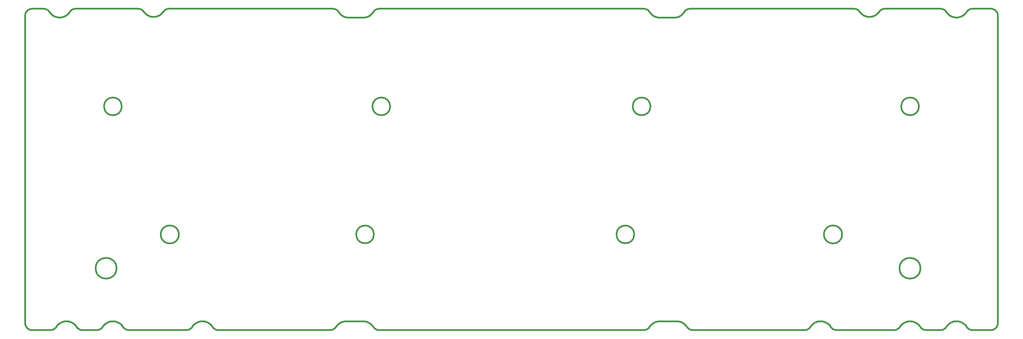
<source format=gbr>
%TF.GenerationSoftware,KiCad,Pcbnew,8.99.0-946-gf00a1ab517*%
%TF.CreationDate,2024-06-06T17:05:12+07:00*%
%TF.ProjectId,Sebas_nuxros,53656261-735f-46e7-9578-726f732e6b69,rev?*%
%TF.SameCoordinates,Original*%
%TF.FileFunction,Profile,NP*%
%FSLAX46Y46*%
G04 Gerber Fmt 4.6, Leading zero omitted, Abs format (unit mm)*
G04 Created by KiCad (PCBNEW 8.99.0-946-gf00a1ab517) date 2024-06-06 17:05:12*
%MOMM*%
%LPD*%
G01*
G04 APERTURE LIST*
%TA.AperFunction,Profile*%
%ADD10C,0.500000*%
%TD*%
G04 APERTURE END LIST*
D10*
X58047022Y-117756353D02*
X58299264Y-117895712D01*
X286150845Y-24060720D02*
X285883480Y-23960996D01*
X25155651Y-117376858D02*
X25326196Y-117144561D01*
X35665705Y-23880000D02*
X17352373Y-23880000D01*
X185263043Y-117376868D02*
X185433613Y-117144596D01*
X36940380Y-24338827D02*
X36715902Y-24177912D01*
X286629727Y-117591494D02*
X286831504Y-117389717D01*
X101935241Y-115529585D02*
X102322074Y-115595291D01*
X104879214Y-117582186D02*
X105108809Y-117756341D01*
X278377074Y-117376854D02*
X278579249Y-117582222D01*
X96178321Y-115529532D02*
X96570085Y-115507542D01*
X106199577Y-118080000D02*
X183740498Y-118080000D01*
X276515451Y-115746836D02*
X276854120Y-115900134D01*
X37312591Y-24745202D02*
X37140549Y-24529133D01*
X11775719Y-26331554D02*
X11422568Y-26214944D01*
X185057101Y-24378437D02*
X184827427Y-24204045D01*
X10190820Y-25399649D02*
X9945500Y-25120130D01*
X263261458Y-115900134D02*
X263581956Y-116088488D01*
X50664099Y-117895706D02*
X50916340Y-117756345D01*
X43917878Y-24049443D02*
X43673367Y-24177895D01*
X270875188Y-23900792D02*
X270587639Y-23880000D01*
X251536951Y-25765823D02*
X251204046Y-25940717D01*
X259147501Y-116561490D02*
X259421059Y-116309772D01*
X231640794Y-117895734D02*
X231893038Y-117756373D01*
X185659900Y-52493851D02*
G75*
G02*
X180459900Y-52493851I-2600000J0D01*
G01*
X180459900Y-52493851D02*
G75*
G02*
X185659900Y-52493851I2600000J0D01*
G01*
X246490795Y-24338841D02*
X246266316Y-24177932D01*
X105364961Y-24064543D02*
X105112599Y-24204085D01*
X187617966Y-115595270D02*
X188004803Y-115529567D01*
X4056535Y-23961013D02*
X3789170Y-24060735D01*
X103728821Y-25691475D02*
X103408650Y-25918763D01*
X43448886Y-24338810D02*
X43248716Y-24529118D01*
X94211109Y-24584044D02*
X94008905Y-24378434D01*
X29899779Y-115900133D02*
X30220277Y-116088487D01*
X194113253Y-26108789D02*
X193750517Y-26259100D01*
X264986606Y-117582194D02*
X265216201Y-117756359D01*
X231371139Y-117997395D02*
X231640794Y-117895734D01*
X4620000Y-118080000D02*
X10040466Y-118080000D01*
X35941242Y-23899062D02*
X35665705Y-23880000D01*
X54667559Y-115512481D02*
X55037209Y-115551910D01*
X275799050Y-115551911D02*
X276162434Y-115630324D01*
X16627608Y-116088545D02*
X16926318Y-116309822D01*
X103725131Y-116270747D02*
X104017755Y-116532144D01*
X236377273Y-115630323D02*
X236730291Y-115746835D01*
X274689251Y-26410032D02*
X274325722Y-26331554D01*
X260731956Y-115630324D02*
X261095340Y-115551911D01*
X14882414Y-115512557D02*
X15252059Y-115551984D01*
X186214899Y-116270730D02*
X186534944Y-116043727D01*
X28844709Y-115551910D02*
X29208093Y-115630323D01*
X29561111Y-115746835D02*
X29899779Y-115900133D01*
X58299264Y-117895712D02*
X58568916Y-117997373D01*
X94095766Y-116532093D02*
X94388395Y-116270691D01*
X233527272Y-116088487D02*
X233847771Y-115900133D01*
X56711491Y-116309771D02*
X56985049Y-116561490D01*
X18783729Y-117997412D02*
X19065191Y-118059264D01*
X2800738Y-25049170D02*
X2701017Y-25316535D01*
X11083785Y-26061521D02*
X10763194Y-25873017D01*
X40941322Y-26178731D02*
X40570149Y-26239104D01*
X252397417Y-25042948D02*
X252137101Y-25314332D01*
X2640361Y-25595370D02*
X2620000Y-25880000D01*
X275057652Y-115512482D02*
X275429400Y-115512482D01*
X259719772Y-116088487D02*
X260040271Y-115900134D01*
X2640358Y-116364629D02*
X2701016Y-116643463D01*
X196105411Y-116824610D02*
X196332566Y-117144561D01*
X285320012Y-23880000D02*
X279902376Y-23880000D01*
X104882926Y-24378468D02*
X104680718Y-24584066D01*
X236013889Y-115551910D02*
X236377273Y-115630323D01*
X38402756Y-25765822D02*
X38090536Y-25556221D01*
X52871091Y-115900133D02*
X53209759Y-115746836D01*
X10464415Y-25651559D02*
X10190820Y-25399649D01*
X271156762Y-23962701D02*
X270875188Y-23900792D01*
X17064824Y-23900783D02*
X16783250Y-23962692D01*
X277749192Y-25399649D02*
X277475598Y-25651560D01*
X237068959Y-115900133D02*
X237389457Y-116088487D01*
X278808843Y-117756398D02*
X279061087Y-117895767D01*
X104697501Y-90030000D02*
G75*
G02*
X99497501Y-90030000I-2600000J0D01*
G01*
X99497501Y-90030000D02*
G75*
G02*
X104697501Y-90030000I2600000J0D01*
G01*
X193750517Y-26259100D02*
X193373226Y-26367834D01*
X195069740Y-25429778D02*
X194777042Y-25691502D01*
X276854120Y-115900134D02*
X277174618Y-116088487D01*
X266306990Y-118080000D02*
X270587401Y-118080000D01*
X26678591Y-115900133D02*
X27017259Y-115746836D01*
X246266316Y-24177932D02*
X246021811Y-24049481D01*
X270874832Y-118059238D02*
X271156295Y-117997383D01*
X3789172Y-117899255D02*
X4056536Y-117998976D01*
X239827059Y-118059240D02*
X240114490Y-118080000D01*
X231893038Y-117756373D02*
X232122634Y-117582205D01*
X258315134Y-117582205D02*
X258517314Y-117376847D01*
X93234335Y-117582182D02*
X93436519Y-117376833D01*
X195558368Y-24816601D02*
X195331279Y-25136916D01*
X9731224Y-24816159D02*
X9560676Y-24583711D01*
X25785821Y-116561490D02*
X26059379Y-116309771D01*
X277473332Y-116309771D02*
X277746890Y-116561490D01*
X195231182Y-116043685D02*
X195551239Y-116270690D01*
X41303875Y-26078884D02*
X40941322Y-26178731D01*
X279061087Y-117895767D02*
X279330744Y-117997434D01*
X31624926Y-117582190D02*
X31854522Y-117756353D01*
X14141027Y-115551984D02*
X14510672Y-115512557D01*
X286629737Y-24368489D02*
X286401297Y-24197479D01*
X24723864Y-117756375D02*
X24953464Y-117582211D01*
X17445192Y-116840839D02*
X17659501Y-117144588D01*
X287238990Y-116643463D02*
X287299647Y-116364629D01*
X194456870Y-25918792D02*
X194113253Y-26108789D01*
X32376416Y-117997373D02*
X32657879Y-118059226D01*
X94708445Y-116043687D02*
X95051894Y-115853936D01*
X53562776Y-115630323D02*
X53926160Y-115551910D01*
X238794106Y-117582194D02*
X239023701Y-117756359D01*
X275430960Y-26449494D02*
X275059056Y-26449494D01*
X14626816Y-25873017D02*
X14306224Y-26061522D01*
X232495376Y-117144561D02*
X232709684Y-116840804D01*
X19352620Y-118080000D02*
X23633060Y-118080000D01*
X186874952Y-26108784D02*
X186531334Y-25918788D01*
X232709684Y-116840804D02*
X232955001Y-116561490D01*
X287299656Y-25595369D02*
X287239000Y-25316532D01*
X93004740Y-117756345D02*
X93234335Y-117582182D01*
X57817426Y-117582190D02*
X58047022Y-117756353D01*
X285604643Y-23900336D02*
X285320012Y-23880000D01*
X263880670Y-116309772D02*
X264154228Y-116561491D01*
X97345904Y-26455644D02*
X96953878Y-26433620D01*
X278379321Y-24583701D02*
X278208788Y-24816159D01*
X187237688Y-26259096D02*
X186874952Y-26108784D01*
X95791480Y-115595233D02*
X96178321Y-115529532D01*
X230802240Y-118080000D02*
X231089673Y-118059245D01*
X272740823Y-25399649D02*
X272495503Y-25120130D01*
X273972571Y-26214944D02*
X273633788Y-26061521D01*
X185918456Y-25429783D02*
X185656909Y-25136927D01*
X52550592Y-116088487D02*
X52871091Y-115900133D01*
X277174618Y-116088487D02*
X277473332Y-116309771D01*
X105916408Y-23900798D02*
X105634767Y-23962742D01*
X274324617Y-115630324D02*
X274688001Y-115551911D01*
X50112989Y-118059230D02*
X50394449Y-117997371D01*
X52251879Y-116309771D02*
X52550592Y-116088487D01*
X188396563Y-115507638D02*
X193369510Y-115507542D01*
X104283067Y-25136903D02*
X104021521Y-25429757D01*
X279333241Y-23962669D02*
X279063487Y-24064413D01*
X57444673Y-117144561D02*
X57615244Y-117376838D01*
X105912153Y-118059204D02*
X106199577Y-118080000D01*
X276162434Y-115630324D02*
X276515451Y-115746836D01*
X41653623Y-25940717D02*
X41303875Y-26078884D01*
X258902184Y-116840804D02*
X259147501Y-116561490D01*
X104021521Y-25429757D02*
X103728821Y-25691475D01*
X13085973Y-115900197D02*
X13424637Y-115746904D01*
X56092279Y-115900133D02*
X56412777Y-116088487D01*
X265738095Y-117997385D02*
X266019559Y-118059240D01*
X239275943Y-117895721D02*
X239545595Y-117997385D01*
X273971600Y-115746836D02*
X274324617Y-115630324D01*
X239545595Y-117997385D02*
X239827059Y-118059240D01*
X10879009Y-117895737D02*
X11131253Y-117756382D01*
X32657879Y-118059226D02*
X32945309Y-118080000D01*
X278579249Y-117582222D02*
X278808843Y-117756398D01*
X192594102Y-26455652D02*
X188394102Y-26455652D01*
X197738272Y-118059231D02*
X198025703Y-118080000D01*
X91913960Y-118080000D02*
X92201389Y-118059230D01*
X30792549Y-116561490D02*
X31037866Y-116840803D01*
X271908472Y-24378218D02*
X271678827Y-24203920D01*
X104680718Y-24584066D02*
X104510166Y-24816598D01*
X15199189Y-25399649D02*
X14925595Y-25651560D01*
X106204030Y-23880000D02*
X105916408Y-23900798D01*
X36471395Y-24049457D02*
X36211523Y-23955912D01*
X8037636Y-23880000D02*
X4620000Y-23880000D01*
X271678827Y-24203920D02*
X271426510Y-24064448D01*
X57230366Y-116840803D02*
X57444673Y-117144561D01*
X194777042Y-25691502D02*
X194456870Y-25918792D01*
X101543484Y-115507592D02*
X101935241Y-115529585D01*
X265468443Y-117895721D02*
X265738095Y-117997385D01*
X272110672Y-24583721D02*
X271908472Y-24378218D01*
X23920494Y-118059243D02*
X24201961Y-117997393D01*
X278811165Y-24203885D02*
X278581519Y-24378189D01*
X287320012Y-25880000D02*
X287299656Y-25595369D01*
X44448040Y-23899061D02*
X44177754Y-23955903D01*
X193761280Y-115529528D02*
X194148128Y-115595229D01*
X93257054Y-23962694D02*
X92975405Y-23900755D01*
X259421059Y-116309772D02*
X259719772Y-116088487D01*
X31422744Y-117376838D02*
X31624926Y-117582190D01*
X13967441Y-26214945D02*
X13614291Y-26331554D01*
X30878666Y-52493818D02*
G75*
G02*
X25678666Y-52493818I-2600000J0D01*
G01*
X25678666Y-52493818D02*
G75*
G02*
X30878666Y-52493818I2600000J0D01*
G01*
X275800764Y-26410032D02*
X275430960Y-26449494D01*
X27370276Y-115630323D02*
X27733660Y-115551910D01*
X44177754Y-23955903D02*
X43917878Y-24049443D01*
X104510166Y-24816598D02*
X104283067Y-25136903D01*
X195331279Y-25136916D02*
X195069740Y-25429778D01*
X195551239Y-116270690D02*
X195843875Y-116532093D01*
X248998385Y-26178731D02*
X248635832Y-26078884D01*
X10327895Y-118059243D02*
X10609357Y-117997394D01*
X104279281Y-116824653D02*
X104506452Y-117144579D01*
X51348119Y-117376833D02*
X51518696Y-117144561D01*
X15658785Y-24816159D02*
X15444509Y-25120130D01*
X3310279Y-24368500D02*
X3108502Y-24570278D01*
X96189498Y-26259085D02*
X95826766Y-26108770D01*
X286401297Y-24197479D02*
X286150845Y-24060720D01*
X39085409Y-26078884D02*
X38735661Y-25940716D01*
X265216201Y-117756359D02*
X265468443Y-117895721D01*
X196934915Y-117756355D02*
X197187157Y-117895715D01*
X105630696Y-117997351D02*
X105912153Y-118059204D01*
X262922790Y-115746836D02*
X263261458Y-115900134D01*
X43076692Y-24745202D02*
X42846994Y-25042948D01*
X196332566Y-117144561D02*
X196503137Y-117376839D01*
X9945500Y-25120130D02*
X9731224Y-24816159D01*
X93436519Y-117376833D02*
X93607096Y-117144561D01*
X2701016Y-116643463D02*
X2800738Y-116910827D01*
X194525190Y-115703819D02*
X194887727Y-115853933D01*
X103061645Y-115853998D02*
X103405087Y-116043747D01*
X185060861Y-117582214D02*
X185263043Y-117376868D01*
X23633060Y-118080000D02*
X23920494Y-118059243D01*
X42586678Y-25314332D02*
X42298748Y-25556221D01*
X252627115Y-24745202D02*
X252397417Y-25042948D01*
X187614978Y-26367834D02*
X187237688Y-26259096D01*
X92201389Y-118059230D02*
X92482849Y-117997371D01*
X44723579Y-23880000D02*
X44448040Y-23899061D01*
X251204046Y-25940717D02*
X250854298Y-26078884D01*
X186878389Y-115853975D02*
X187240915Y-115703861D01*
X252999327Y-24338829D02*
X252799157Y-24529134D01*
X15252059Y-115551984D02*
X15615437Y-115630395D01*
X261095340Y-115551911D02*
X261464990Y-115512482D01*
X237389457Y-116088487D02*
X237688171Y-116309771D01*
X276856227Y-26061522D02*
X276517444Y-26214945D01*
X277475598Y-25651560D02*
X277176819Y-25873017D01*
X93834238Y-116824609D02*
X94095766Y-116532093D01*
X14306224Y-26061522D02*
X13967441Y-26214945D01*
X12765478Y-116088545D02*
X13085973Y-115900197D01*
X238207046Y-116840803D02*
X238421353Y-117144561D01*
X102325020Y-26367824D02*
X101937929Y-26433628D01*
X238421353Y-117144561D02*
X238591924Y-117376840D01*
X94388395Y-116270691D02*
X94708445Y-116043687D01*
X180897500Y-90030000D02*
G75*
G02*
X175697500Y-90030000I-2600000J0D01*
G01*
X175697500Y-90030000D02*
G75*
G02*
X180897500Y-90030000I2600000J0D01*
G01*
X4335371Y-118059632D02*
X4620000Y-118080000D01*
X260040271Y-115900134D02*
X260378939Y-115746836D01*
X105634767Y-23962742D02*
X105364961Y-24064543D01*
X248286084Y-25940716D02*
X247953179Y-25765822D01*
X51978321Y-116561490D02*
X52251879Y-116309771D01*
X266019559Y-118059240D02*
X266306990Y-118080000D01*
X235272491Y-115512481D02*
X235644239Y-115512481D01*
X18514078Y-117895749D02*
X18783729Y-117997412D01*
X28103311Y-115512481D02*
X28475059Y-115512481D01*
X237688171Y-116309771D02*
X237961729Y-116561490D01*
X272281227Y-24816159D02*
X272110672Y-24583721D01*
X195931126Y-24378467D02*
X195728918Y-24584066D01*
X92482849Y-117997371D02*
X92752499Y-117895706D01*
X39447962Y-26178731D02*
X39085409Y-26078884D01*
X17830067Y-117376868D02*
X18032245Y-117582223D01*
X3108504Y-117389716D02*
X3310281Y-117591492D01*
X105108809Y-117756341D02*
X105361049Y-117895693D01*
X247953179Y-25765822D02*
X247640959Y-25556221D01*
X251849171Y-25556221D02*
X251536951Y-25765823D01*
X196705319Y-117582191D02*
X196934915Y-117756355D01*
X11422568Y-26214944D02*
X11083785Y-26061521D01*
X271426510Y-24064448D02*
X271156762Y-23962701D01*
X231089673Y-118059245D02*
X231371139Y-117997395D01*
X58850379Y-118059226D02*
X59137809Y-118080000D01*
X12193211Y-116561533D02*
X12466768Y-116309822D01*
X277176819Y-25873017D02*
X276856227Y-26061522D01*
X245761941Y-23955939D02*
X245491662Y-23899088D01*
X188004803Y-115529567D02*
X188396563Y-115507638D01*
X287139279Y-25049165D02*
X287002522Y-24798711D01*
X234902840Y-115551910D02*
X235272491Y-115512481D01*
X11360850Y-117582224D02*
X11563035Y-117376876D01*
X262569773Y-115630324D02*
X262922790Y-115746836D01*
X103405087Y-116043747D02*
X103725131Y-116270747D01*
X2800738Y-116910827D02*
X2937496Y-117161277D01*
X287239000Y-25316532D02*
X287139279Y-25049165D01*
X13614291Y-26331554D02*
X13250761Y-26410032D01*
X257282173Y-118059245D02*
X257563639Y-117997395D01*
X270587639Y-23880000D02*
X254274002Y-23880000D01*
X271156295Y-117997383D02*
X271425947Y-117895719D01*
X8325189Y-23900749D02*
X8037636Y-23880000D01*
X13777649Y-115630395D02*
X14141027Y-115551984D01*
X56412777Y-116088487D02*
X56711491Y-116309771D01*
X197187157Y-117895715D02*
X197456809Y-117997377D01*
X57615244Y-117376838D02*
X57817426Y-117582190D01*
X276517444Y-26214945D02*
X276164294Y-26331554D01*
X54295811Y-115512481D02*
X54667559Y-115512481D01*
X263581956Y-116088488D02*
X263880670Y-116309772D01*
X16513503Y-24064441D02*
X16261188Y-24203916D01*
X27733660Y-115551910D02*
X28103311Y-115512481D01*
X10609357Y-117997394D02*
X10879009Y-117895737D01*
X95162982Y-25691482D02*
X94870286Y-25429760D01*
X101937929Y-26433628D02*
X101545904Y-26455644D01*
X232324814Y-117376847D02*
X232495376Y-117144561D01*
X16783250Y-23962692D02*
X16513503Y-24064441D01*
X24201961Y-117997393D02*
X24471617Y-117895733D01*
X196413163Y-24064542D02*
X196160800Y-24204084D01*
X95051894Y-115853936D02*
X95414424Y-115703822D01*
X196503137Y-117376839D02*
X196705319Y-117582191D01*
X272280537Y-117144561D02*
X272494845Y-116840804D01*
X13424637Y-115746904D02*
X13777649Y-115630395D01*
X275059056Y-26449494D02*
X274689251Y-26410032D01*
X273633788Y-26061521D02*
X273313197Y-25873017D01*
X277992207Y-116840803D02*
X278206514Y-117144561D01*
X285883475Y-117998983D02*
X286150838Y-117899260D01*
X28475059Y-115512481D02*
X28844709Y-115551910D01*
X51733004Y-116840804D02*
X51978321Y-116561490D01*
X277994512Y-25120130D02*
X277749192Y-25399649D01*
X279614821Y-23900770D02*
X279333241Y-23962669D01*
X17352373Y-23880000D02*
X17064824Y-23900783D01*
X250854298Y-26078884D02*
X250491745Y-26178731D01*
X4620000Y-23880000D02*
X4335370Y-23900357D01*
X272109967Y-117376840D02*
X272280537Y-117144561D01*
X96953878Y-26433620D02*
X96566785Y-26367825D01*
X36715902Y-24177912D02*
X36471395Y-24049457D01*
X93526866Y-24064495D02*
X93257054Y-23962694D01*
X18261838Y-117756389D02*
X18514078Y-117895749D01*
X55037209Y-115551910D02*
X55400593Y-115630323D01*
X246021811Y-24049481D02*
X245761941Y-23955939D01*
X261464990Y-115512482D02*
X261836738Y-115512482D01*
X12509053Y-26449494D02*
X12139248Y-26410032D01*
X25540504Y-116840804D02*
X25785821Y-116561490D01*
X94008905Y-24378434D02*
X93779232Y-24204043D01*
X250491745Y-26178731D02*
X250120572Y-26239104D01*
X285320012Y-118080000D02*
X285604641Y-118059641D01*
X53926160Y-115551910D02*
X54295811Y-115512481D01*
X247092712Y-25042948D02*
X246863014Y-24745202D01*
X257833294Y-117895734D02*
X258085538Y-117756373D01*
X232122634Y-117582205D02*
X232324814Y-117376847D01*
X38735661Y-25940716D02*
X38402756Y-25765822D01*
X185259305Y-24584047D02*
X185057101Y-24378437D01*
X102322074Y-115595291D02*
X102699122Y-115703883D01*
X8606767Y-23962661D02*
X8325189Y-23900749D01*
X101545904Y-26455644D02*
X97345904Y-26455644D01*
X93779232Y-24204043D02*
X93526866Y-24064495D01*
X185922275Y-116532131D02*
X186214899Y-116270730D01*
X253998466Y-23899070D02*
X253728184Y-23955919D01*
X102699122Y-115703883D02*
X103061645Y-115853998D01*
X27017259Y-115746836D02*
X27370276Y-115630323D01*
X9560676Y-24583711D02*
X9358479Y-24378198D01*
X32106764Y-117895712D02*
X32376416Y-117997373D01*
X92975405Y-23900755D02*
X92687777Y-23880000D01*
X245216128Y-23880000D02*
X197252234Y-23880000D01*
X43248716Y-24529118D02*
X43076692Y-24745202D01*
X196160800Y-24204084D02*
X195931126Y-24378467D01*
X197456809Y-117997377D02*
X197738272Y-118059231D01*
X10763194Y-25873017D02*
X10464415Y-25651559D01*
X9358479Y-24378198D02*
X9128835Y-24203892D01*
X184831268Y-117756372D02*
X185060861Y-117582214D01*
X15615437Y-115630395D02*
X15968449Y-115746904D01*
X279330744Y-117997434D02*
X279612213Y-118059288D01*
X30518991Y-116309771D02*
X30792549Y-116561490D01*
X278208788Y-24816159D02*
X277994512Y-25120130D01*
X184309381Y-117997387D02*
X184579029Y-117895728D01*
X195728918Y-24584066D02*
X195558368Y-24816601D01*
X185433613Y-117144596D02*
X185660750Y-116824646D01*
X39819134Y-26239104D02*
X39447962Y-26178731D01*
X2620000Y-25880000D02*
X2620000Y-116080000D01*
X187240915Y-115703861D02*
X187617966Y-115595270D01*
X279063487Y-24064413D02*
X278811165Y-24203885D01*
X14925595Y-25651560D02*
X14626816Y-25873017D01*
X278581519Y-24378189D02*
X278379321Y-24583701D01*
X26358092Y-116088487D02*
X26678591Y-115900133D01*
X40570149Y-26239104D02*
X40194642Y-26259306D01*
X15968449Y-115746904D02*
X16307113Y-115900197D01*
X40194642Y-26259306D02*
X39819134Y-26239104D01*
X50394449Y-117997371D02*
X50664099Y-117895706D01*
X287320012Y-116080000D02*
X287320012Y-25880000D01*
X51145935Y-117582182D02*
X51348119Y-117376833D01*
X4335370Y-23900357D02*
X4056535Y-23961013D01*
X264672549Y-99955671D02*
G75*
G02*
X258572549Y-99955671I-3050000J0D01*
G01*
X258572549Y-99955671D02*
G75*
G02*
X264672549Y-99955671I3050000J0D01*
G01*
X55753611Y-115746835D02*
X56092279Y-115900133D01*
X17199875Y-116561533D02*
X17445192Y-116840839D01*
X11733585Y-117144588D02*
X11947894Y-116840839D01*
X12139248Y-26410032D02*
X11775719Y-26331554D01*
X188002073Y-26433628D02*
X187614978Y-26367834D01*
X260378939Y-115746836D02*
X260731956Y-115630324D01*
X15829352Y-24583728D02*
X15658785Y-24816159D01*
X53209759Y-115746836D02*
X53562776Y-115630323D01*
X15444509Y-25120130D02*
X15199189Y-25399649D01*
X10040466Y-118080000D02*
X10327895Y-118059243D01*
X234186439Y-115746836D02*
X234539456Y-115630323D01*
X238591924Y-117376840D02*
X238794106Y-117582194D01*
X258517314Y-117376847D02*
X258687876Y-117144561D01*
X258085538Y-117756373D02*
X258315134Y-117582205D01*
X32945309Y-118080000D02*
X49825560Y-118080000D01*
X271907785Y-117582193D02*
X272109967Y-117376840D01*
X253468312Y-24049462D02*
X253223805Y-24177915D01*
X13250761Y-26410032D02*
X12880957Y-26449494D01*
X273632932Y-115900134D02*
X273971600Y-115746836D01*
X193373226Y-26367834D02*
X192986131Y-26433623D01*
X24471617Y-117895733D02*
X24723864Y-117756375D01*
X287002511Y-117161278D02*
X287139268Y-116910827D01*
X264399544Y-116840804D02*
X264613853Y-117144561D01*
X37802606Y-25314332D02*
X37542289Y-25042948D01*
X26059379Y-116309771D02*
X26358092Y-116088487D01*
X249745065Y-26259306D02*
X249369557Y-26239104D01*
X240114490Y-118080000D02*
X256994740Y-118080000D01*
X184579029Y-117895728D02*
X184831268Y-117756372D01*
X12466768Y-116309822D02*
X12765478Y-116088545D01*
X92687777Y-23880000D02*
X44723579Y-23880000D01*
X12880957Y-26449494D02*
X12509053Y-26449494D01*
X56985049Y-116561490D02*
X57230366Y-116840803D01*
X96570085Y-115507542D02*
X101543484Y-115507592D01*
X2937496Y-117161277D02*
X3108504Y-117389716D01*
X58568916Y-117997373D02*
X58850379Y-118059226D01*
X24953464Y-117582211D02*
X25155651Y-117376858D01*
X96566785Y-26367825D02*
X96189498Y-26259085D01*
X11563035Y-117376876D02*
X11733585Y-117144588D01*
X194887727Y-115853933D02*
X195231182Y-116043685D01*
X102702305Y-26259079D02*
X102325020Y-26367824D01*
X184827427Y-24204045D02*
X184575061Y-24064498D01*
X253223805Y-24177915D02*
X252999327Y-24338829D01*
X185429837Y-24816601D02*
X185259305Y-24584047D01*
X105112599Y-24204085D02*
X104882926Y-24378468D01*
X196964612Y-23900798D02*
X196682970Y-23962741D01*
X93607096Y-117144561D02*
X93834238Y-116824609D01*
X94381641Y-24816598D02*
X94211109Y-24584044D01*
X261836738Y-115512482D02*
X262206389Y-115551911D01*
X184575061Y-24064498D02*
X184305248Y-23962697D01*
X253728184Y-23955919D02*
X253468312Y-24049462D01*
X104506452Y-117144579D02*
X104677029Y-117376844D01*
X245491662Y-23899088D02*
X245216128Y-23880000D01*
X287299647Y-116364629D02*
X287320012Y-116080000D01*
X3310281Y-117591492D02*
X3538721Y-117762499D01*
X19065191Y-118059264D02*
X19352620Y-118080000D01*
X16307113Y-115900197D02*
X16627608Y-116088545D01*
X94608746Y-25136900D02*
X94381641Y-24816598D01*
X271678189Y-117756358D02*
X271907785Y-117582193D01*
X274325722Y-26331554D02*
X273972571Y-26214944D01*
X246690967Y-24529141D02*
X246490795Y-24338841D01*
X4056536Y-117998976D02*
X4335371Y-118059632D01*
X31037866Y-116840803D02*
X31252173Y-117144561D01*
X273014418Y-25651559D02*
X272740823Y-25399649D01*
X273313197Y-25873017D02*
X273014418Y-25651559D01*
X241744275Y-90041263D02*
G75*
G02*
X236444275Y-90041263I-2650000J0D01*
G01*
X236444275Y-90041263D02*
G75*
G02*
X241744275Y-90041263I2650000J0D01*
G01*
X264613853Y-117144561D02*
X264784424Y-117376840D01*
X272740162Y-116561490D02*
X273013720Y-116309772D01*
X37542289Y-25042948D02*
X37312591Y-24745202D01*
X285604641Y-118059641D02*
X285883475Y-117998983D01*
X51518696Y-117144561D02*
X51733004Y-116840804D01*
X248635832Y-26078884D02*
X248286084Y-25940716D01*
X247640959Y-25556221D02*
X247353029Y-25314332D01*
X49825560Y-118080000D02*
X50112989Y-118059230D01*
X277746890Y-116561490D02*
X277992207Y-116840803D01*
X2937495Y-24798718D02*
X2800738Y-25049170D01*
X195843875Y-116532093D02*
X196105411Y-116824610D01*
X285883480Y-23960996D02*
X285604643Y-23900336D01*
X16031547Y-24378219D02*
X15829352Y-24583728D01*
X234539456Y-115630323D02*
X234902840Y-115551910D01*
X186211159Y-25691501D02*
X185918456Y-25429783D01*
X18032245Y-117582223D02*
X18261838Y-117756389D01*
X262206389Y-115551911D02*
X262569773Y-115630324D01*
X257563639Y-117997395D02*
X257833294Y-117895734D01*
X103408650Y-25918763D02*
X103065037Y-26108762D01*
X17659501Y-117144588D02*
X17830067Y-117376868D01*
X264154228Y-116561491D02*
X264399544Y-116840804D01*
X185656909Y-25136927D02*
X185429837Y-24816601D01*
X286831504Y-117389717D02*
X287002511Y-117161278D01*
X36211523Y-23955912D02*
X35941242Y-23899062D01*
X3789170Y-24060735D02*
X3538719Y-24197492D01*
X109459900Y-52493851D02*
G75*
G02*
X104259900Y-52493851I-2600000J0D01*
G01*
X104259900Y-52493851D02*
G75*
G02*
X109459900Y-52493851I2600000J0D01*
G01*
X278206514Y-117144561D02*
X278377074Y-117376854D01*
X16926318Y-116309822D02*
X17199875Y-116561533D01*
X43673367Y-24177895D02*
X43448886Y-24338810D01*
X29208093Y-115630323D02*
X29561111Y-115746835D01*
X264784424Y-117376840D02*
X264986606Y-117582194D01*
X37140549Y-24529133D02*
X36940380Y-24338827D01*
X275429400Y-115512482D02*
X275799050Y-115551911D01*
X193369510Y-115507542D02*
X193761280Y-115529528D01*
X192986131Y-26433623D02*
X192594102Y-26455652D01*
X246863014Y-24745202D02*
X246690967Y-24529141D01*
X25326196Y-117144561D02*
X25540504Y-116840804D01*
X250120572Y-26239104D02*
X249745065Y-26259306D01*
X235644239Y-115512481D02*
X236013889Y-115551910D01*
X274688001Y-115551911D02*
X275057652Y-115512482D01*
X30220277Y-116088487D02*
X30518991Y-116309771D01*
X42846994Y-25042948D02*
X42586678Y-25314332D01*
X29347510Y-99955671D02*
G75*
G02*
X23247510Y-99955671I-3050000J0D01*
G01*
X23247510Y-99955671D02*
G75*
G02*
X29347510Y-99955671I3050000J0D01*
G01*
X197252234Y-23880000D02*
X196964612Y-23900798D01*
X31854522Y-117756353D02*
X32106764Y-117895712D01*
X270587401Y-118080000D02*
X270874832Y-118059238D01*
X252137101Y-25314332D02*
X251849171Y-25556221D01*
X103065037Y-26108762D02*
X102702305Y-26259079D01*
X254274002Y-23880000D02*
X253998466Y-23899070D01*
X287002522Y-24798711D02*
X286831515Y-24570269D01*
X186531334Y-25918788D02*
X186211159Y-25691501D01*
X286831515Y-24570269D02*
X286629737Y-24368489D01*
X3108502Y-24570278D02*
X2937495Y-24798718D01*
X92752499Y-117895706D02*
X93004740Y-117756345D01*
X188394102Y-26455652D02*
X188002073Y-26433628D01*
X184023599Y-23900759D02*
X183735971Y-23880000D01*
X233847771Y-115900133D02*
X234186439Y-115746836D01*
X185660750Y-116824646D02*
X185922275Y-116532131D01*
X2620000Y-116080000D02*
X2640358Y-116364629D01*
X264241252Y-52493818D02*
G75*
G02*
X259041252Y-52493818I-2600000J0D01*
G01*
X259041252Y-52493818D02*
G75*
G02*
X264241252Y-52493818I2600000J0D01*
G01*
X2701017Y-25316535D02*
X2640361Y-25595370D01*
X198025703Y-118080000D02*
X230802240Y-118080000D01*
X183740498Y-118080000D02*
X184027923Y-118059239D01*
X279612213Y-118059288D02*
X279899650Y-118080000D01*
X3538719Y-24197492D02*
X3310279Y-24368500D01*
X94870286Y-25429760D02*
X94608746Y-25136900D01*
X276164294Y-26331554D02*
X275800764Y-26410032D01*
X186534944Y-116043727D02*
X186878389Y-115853975D01*
X273013720Y-116309772D02*
X273312433Y-116088488D01*
X8876517Y-24064413D02*
X8606767Y-23962661D01*
X252799157Y-24529134D02*
X252627115Y-24745202D01*
X47597500Y-90041140D02*
G75*
G02*
X42297500Y-90041140I-2650000J0D01*
G01*
X42297500Y-90041140D02*
G75*
G02*
X47597500Y-90041140I2650000J0D01*
G01*
X11131253Y-117756382D02*
X11360850Y-117582224D01*
X95414424Y-115703822D02*
X95791480Y-115595233D01*
X31252173Y-117144561D02*
X31422744Y-117376838D01*
X256994740Y-118080000D02*
X257282173Y-118059245D01*
X105361049Y-117895693D02*
X105630696Y-117997351D01*
X184027923Y-118059239D02*
X184309381Y-117997387D01*
X104677029Y-117376844D02*
X104879214Y-117582186D01*
X41986528Y-25765823D02*
X41653623Y-25940717D01*
X3538721Y-117762499D02*
X3789172Y-117899255D01*
X279902376Y-23880000D02*
X279614821Y-23900770D01*
X258687876Y-117144561D02*
X258902184Y-116840804D01*
X50916340Y-117756345D02*
X51145935Y-117582182D01*
X239023701Y-117756359D02*
X239275943Y-117895721D01*
X287139268Y-116910827D02*
X287238990Y-116643463D01*
X232955001Y-116561490D02*
X233228559Y-116309771D01*
X272495503Y-25120130D02*
X272281227Y-24816159D01*
X95826766Y-26108770D02*
X95483152Y-25918772D01*
X237961729Y-116561490D02*
X238207046Y-116840803D01*
X11947894Y-116840839D02*
X12193211Y-116561533D01*
X271425947Y-117895719D02*
X271678189Y-117756358D01*
X194148128Y-115595229D02*
X194525190Y-115703819D01*
X38090536Y-25556221D02*
X37802606Y-25314332D01*
X249369557Y-26239104D02*
X248998385Y-26178731D01*
X42298748Y-25556221D02*
X41986528Y-25765823D01*
X279899650Y-118080000D02*
X285320012Y-118080000D01*
X95483152Y-25918772D02*
X95162982Y-25691482D01*
X184305248Y-23962697D02*
X184023599Y-23900759D01*
X273312433Y-116088488D02*
X273632932Y-115900134D01*
X286401289Y-117762502D02*
X286629727Y-117591494D01*
X196682970Y-23962741D02*
X196413163Y-24064542D01*
X59137809Y-118080000D02*
X91913960Y-118080000D01*
X9128835Y-24203892D02*
X8876517Y-24064413D01*
X55400593Y-115630323D02*
X55753611Y-115746835D01*
X286150838Y-117899260D02*
X286401289Y-117762502D01*
X104017755Y-116532144D02*
X104279281Y-116824653D01*
X247353029Y-25314332D02*
X247092712Y-25042948D01*
X14510672Y-115512557D02*
X14882414Y-115512557D01*
X16261188Y-24203916D02*
X16031547Y-24378219D01*
X236730291Y-115746835D02*
X237068959Y-115900133D01*
X183735971Y-23880000D02*
X106204030Y-23880000D01*
X233228559Y-116309771D02*
X233527272Y-116088487D01*
X272494845Y-116840804D02*
X272740162Y-116561490D01*
M02*

</source>
